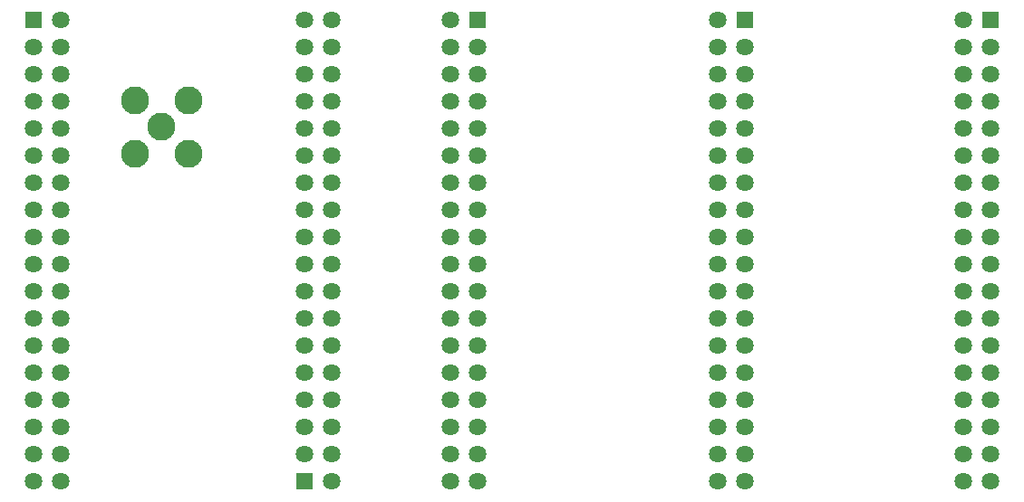
<source format=gbs>
G04*
G04 #@! TF.GenerationSoftware,Altium Limited,Altium Designer,22.4.2 (48)*
G04*
G04 Layer_Color=16711935*
%FSLAX25Y25*%
%MOIN*%
G70*
G04*
G04 #@! TF.SameCoordinates,F956CD7A-ACF5-426A-BAEE-EF4E17F90500*
G04*
G04*
G04 #@! TF.FilePolarity,Negative*
G04*
G01*
G75*
%ADD30C,0.06406*%
%ADD31R,0.06406X0.06406*%
%ADD32C,0.10343*%
D30*
X-152087Y0D02*
D03*
X-162087D02*
D03*
X-152087Y-10000D02*
D03*
X-162087D02*
D03*
X-152087Y-20000D02*
D03*
X-162087D02*
D03*
X-152087Y-30000D02*
D03*
X-162087D02*
D03*
X-152087Y-40000D02*
D03*
X-162087D02*
D03*
X-152087Y-50000D02*
D03*
X-162087D02*
D03*
X-152087Y-60000D02*
D03*
X-162087D02*
D03*
X-152087Y-70000D02*
D03*
X-162087D02*
D03*
X-152087Y-80000D02*
D03*
X-162087D02*
D03*
X-152087Y-90000D02*
D03*
X-162087D02*
D03*
X-152087Y-100000D02*
D03*
X-162087D02*
D03*
X-152087Y-110000D02*
D03*
X-162087D02*
D03*
X-152087Y-120000D02*
D03*
X-162087D02*
D03*
X-152087Y-130000D02*
D03*
X-162087D02*
D03*
X-152087Y-140000D02*
D03*
X-162087D02*
D03*
X-152087Y-150000D02*
D03*
X-162087D02*
D03*
X-152087Y-160000D02*
D03*
X-162087D02*
D03*
X-152087Y-170000D02*
D03*
X80551Y0D02*
D03*
Y-10000D02*
D03*
Y-20000D02*
D03*
X-261772Y-160000D02*
D03*
X-251772D02*
D03*
X-261772Y-170000D02*
D03*
X-251772D02*
D03*
X80551D02*
D03*
X90551D02*
D03*
X80551Y-160000D02*
D03*
X90551Y-130000D02*
D03*
X80551Y-90000D02*
D03*
X90551Y-70000D02*
D03*
Y-50000D02*
D03*
Y-40000D02*
D03*
Y-30000D02*
D03*
Y-20000D02*
D03*
Y-10000D02*
D03*
X-98425Y-90000D02*
D03*
X-108425D02*
D03*
X-98425Y-100000D02*
D03*
Y-110000D02*
D03*
Y-120000D02*
D03*
Y-130000D02*
D03*
Y-140000D02*
D03*
Y-150000D02*
D03*
Y-160000D02*
D03*
Y-170000D02*
D03*
X0Y-10000D02*
D03*
Y-20000D02*
D03*
Y-30000D02*
D03*
Y-40000D02*
D03*
Y-50000D02*
D03*
Y-60000D02*
D03*
Y-70000D02*
D03*
Y-80000D02*
D03*
Y-90000D02*
D03*
Y-100000D02*
D03*
Y-110000D02*
D03*
Y-120000D02*
D03*
Y-130000D02*
D03*
X-10000D02*
D03*
X0Y-140000D02*
D03*
Y-150000D02*
D03*
Y-160000D02*
D03*
Y-170000D02*
D03*
X-261772Y-120000D02*
D03*
X-251772D02*
D03*
X-261772Y-130000D02*
D03*
X-251772D02*
D03*
X80551Y-30000D02*
D03*
Y-40000D02*
D03*
Y-50000D02*
D03*
X90551Y-60000D02*
D03*
X80551D02*
D03*
Y-70000D02*
D03*
X90551Y-80000D02*
D03*
X80551D02*
D03*
X90551Y-90000D02*
D03*
Y-100000D02*
D03*
X80551D02*
D03*
X90551Y-110000D02*
D03*
X80551D02*
D03*
X90551Y-120000D02*
D03*
X80551D02*
D03*
Y-130000D02*
D03*
X90551Y-140000D02*
D03*
X80551D02*
D03*
X90551Y-150000D02*
D03*
X80551D02*
D03*
X90551Y-160000D02*
D03*
X-10000Y-170000D02*
D03*
Y-160000D02*
D03*
Y-150000D02*
D03*
Y-140000D02*
D03*
Y-120000D02*
D03*
Y-110000D02*
D03*
Y-100000D02*
D03*
Y-90000D02*
D03*
Y-80000D02*
D03*
Y-70000D02*
D03*
Y-60000D02*
D03*
Y-50000D02*
D03*
Y-40000D02*
D03*
Y-30000D02*
D03*
Y-20000D02*
D03*
Y-10000D02*
D03*
Y0D02*
D03*
X-108425Y-170000D02*
D03*
Y-160000D02*
D03*
Y-150000D02*
D03*
Y-140000D02*
D03*
Y-130000D02*
D03*
Y-120000D02*
D03*
Y-110000D02*
D03*
Y-100000D02*
D03*
Y-80000D02*
D03*
X-98425D02*
D03*
X-108425Y-70000D02*
D03*
X-98425D02*
D03*
X-108425Y-60000D02*
D03*
X-98425D02*
D03*
X-108425Y-50000D02*
D03*
X-98425D02*
D03*
X-108425Y-40000D02*
D03*
X-98425D02*
D03*
X-108425Y-30000D02*
D03*
X-98425D02*
D03*
X-108425Y-20000D02*
D03*
X-98425D02*
D03*
X-108425Y-10000D02*
D03*
X-98425D02*
D03*
X-108425Y0D02*
D03*
X-251772Y-150000D02*
D03*
X-261772D02*
D03*
X-251772Y-140000D02*
D03*
X-261772D02*
D03*
X-251772Y-110000D02*
D03*
X-261772D02*
D03*
X-251772Y-100000D02*
D03*
X-261772D02*
D03*
X-251772Y-90000D02*
D03*
X-261772D02*
D03*
X-251772Y-80000D02*
D03*
X-261772D02*
D03*
X-251772Y-70000D02*
D03*
X-261772D02*
D03*
X-251772Y-60000D02*
D03*
X-261772D02*
D03*
X-251772Y-50000D02*
D03*
X-261772D02*
D03*
X-251772Y-40000D02*
D03*
X-261772D02*
D03*
X-251772Y-30000D02*
D03*
X-261772D02*
D03*
X-251772Y-20000D02*
D03*
X-261772D02*
D03*
X-251772Y-10000D02*
D03*
X-261772D02*
D03*
X-251772Y0D02*
D03*
D31*
X-162087Y-170000D02*
D03*
X90551Y0D02*
D03*
X0D02*
D03*
X-98425D02*
D03*
X-261772D02*
D03*
D32*
X-204724Y-29528D02*
D03*
X-224410D02*
D03*
Y-49213D02*
D03*
X-204724D02*
D03*
X-214567Y-39370D02*
D03*
M02*

</source>
